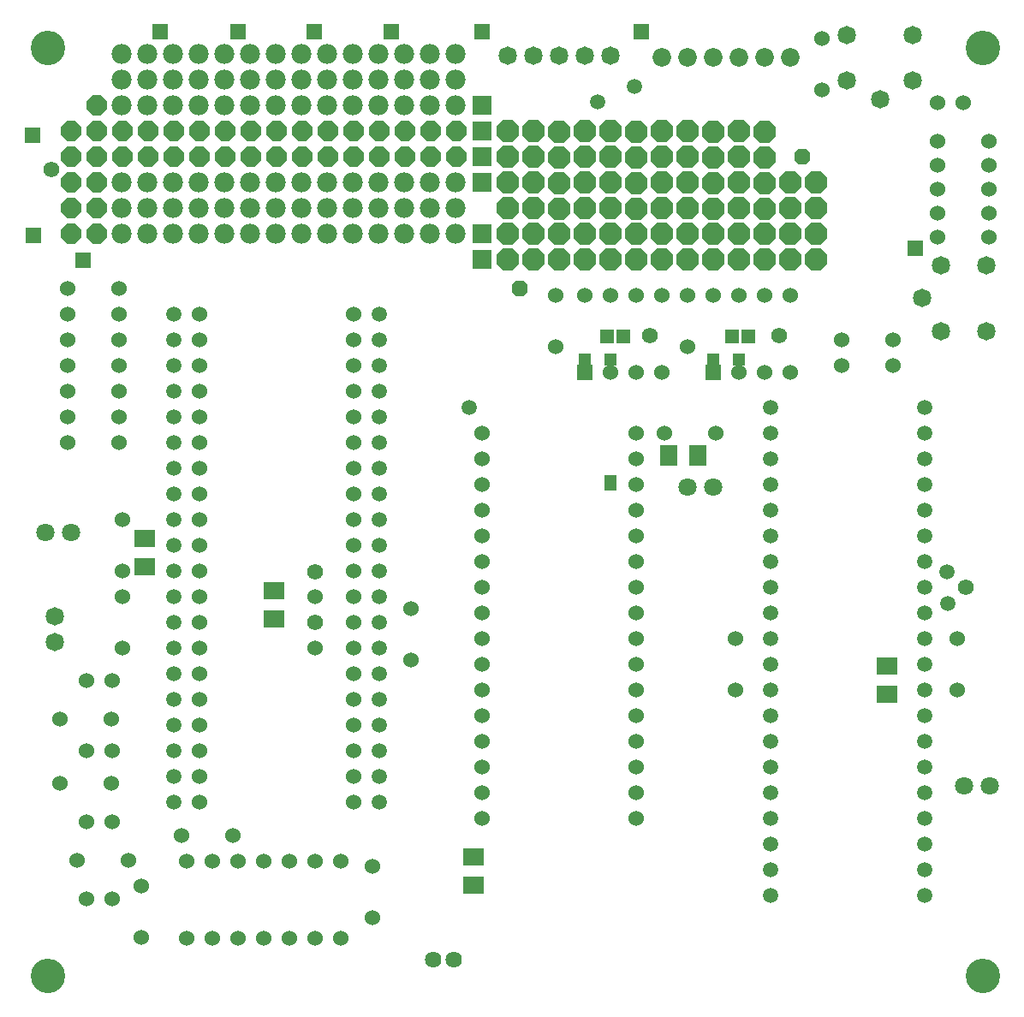
<source format=gbs>
G75*
%MOIN*%
%OFA0B0*%
%FSLAX25Y25*%
%IPPOS*%
%LPD*%
%AMOC8*
5,1,8,0,0,1.08239X$1,22.5*
%
%ADD10C,0.13398*%
%ADD11R,0.05000X0.06250*%
%ADD12R,0.05000X0.05000*%
%ADD13C,0.06000*%
%ADD14C,0.05950*%
%ADD15C,0.07178*%
%ADD16C,0.07280*%
%ADD17R,0.07099X0.07887*%
%ADD18R,0.07887X0.07099*%
%ADD19C,0.07100*%
%ADD20C,0.06400*%
%ADD21R,0.06000X0.06000*%
%ADD22C,0.06154*%
%ADD23R,0.07800X0.07800*%
%ADD24R,0.06154X0.06154*%
%ADD25R,0.05485X0.05485*%
%ADD26OC8,0.06154*%
%ADD27OC8,0.07800*%
%ADD28OC8,0.08674*%
%ADD29C,0.07800*%
D10*
X0043629Y0020537D03*
X0407379Y0020537D03*
X0407379Y0381787D03*
X0043629Y0381787D03*
D11*
X0262379Y0212412D03*
D12*
X0262379Y0260537D03*
X0252379Y0260537D03*
X0302379Y0260537D03*
X0312379Y0260537D03*
D13*
X0312379Y0255537D03*
X0322379Y0255537D03*
X0332379Y0255537D03*
X0352379Y0258037D03*
X0352379Y0268037D03*
X0372379Y0268037D03*
X0372379Y0258037D03*
X0332379Y0285537D03*
X0322379Y0285537D03*
X0312379Y0285537D03*
X0302379Y0285537D03*
X0292379Y0285537D03*
X0282379Y0285537D03*
X0272379Y0285537D03*
X0262379Y0285537D03*
X0252379Y0285537D03*
X0241129Y0285537D03*
X0241129Y0265537D03*
X0262379Y0255537D03*
X0272379Y0255537D03*
X0282379Y0255537D03*
X0292379Y0265537D03*
X0283629Y0231787D03*
X0272379Y0231787D03*
X0272379Y0221787D03*
X0272379Y0211787D03*
X0272379Y0201787D03*
X0272379Y0191787D03*
X0272379Y0181787D03*
X0272379Y0171787D03*
X0272379Y0161787D03*
X0272379Y0151787D03*
X0272379Y0141787D03*
X0272379Y0131787D03*
X0272379Y0121787D03*
X0272379Y0111787D03*
X0272379Y0101787D03*
X0272379Y0091787D03*
X0272379Y0081787D03*
X0212379Y0081787D03*
X0212379Y0091787D03*
X0212379Y0101787D03*
X0212379Y0111787D03*
X0212379Y0121787D03*
X0212379Y0131787D03*
X0212379Y0141787D03*
X0212379Y0151787D03*
X0212379Y0161787D03*
X0212379Y0171787D03*
X0212379Y0181787D03*
X0212379Y0191787D03*
X0212379Y0201787D03*
X0212379Y0211787D03*
X0212379Y0221787D03*
X0212379Y0231787D03*
X0162379Y0228037D03*
X0162379Y0238037D03*
X0162379Y0248037D03*
X0162379Y0258037D03*
X0162379Y0268037D03*
X0162379Y0278037D03*
X0102379Y0278037D03*
X0102379Y0268037D03*
X0102379Y0258037D03*
X0102379Y0248037D03*
X0102379Y0238037D03*
X0102379Y0228037D03*
X0102379Y0218037D03*
X0102379Y0208037D03*
X0102379Y0198037D03*
X0102379Y0188037D03*
X0102379Y0178037D03*
X0102379Y0168037D03*
X0102379Y0158037D03*
X0102379Y0148037D03*
X0102379Y0138037D03*
X0102379Y0128037D03*
X0102379Y0118037D03*
X0102379Y0108037D03*
X0102379Y0098037D03*
X0102379Y0088037D03*
X0095529Y0074935D03*
X0097411Y0064927D03*
X0107411Y0064927D03*
X0117411Y0064927D03*
X0127411Y0064927D03*
X0137411Y0064927D03*
X0147411Y0064927D03*
X0157411Y0064927D03*
X0169879Y0063037D03*
X0169879Y0043037D03*
X0157411Y0034927D03*
X0147411Y0034927D03*
X0137411Y0034927D03*
X0127411Y0034927D03*
X0117411Y0034927D03*
X0107411Y0034927D03*
X0097411Y0034927D03*
X0079879Y0035537D03*
X0068630Y0050537D03*
X0058630Y0050537D03*
X0054879Y0065537D03*
X0074879Y0065537D03*
X0079879Y0055537D03*
X0068630Y0080537D03*
X0058630Y0080537D03*
X0068004Y0095537D03*
X0068630Y0108037D03*
X0058630Y0108037D03*
X0068004Y0120537D03*
X0068630Y0135537D03*
X0058630Y0135537D03*
X0048004Y0120537D03*
X0048004Y0095537D03*
X0072379Y0148037D03*
X0072379Y0168037D03*
X0072379Y0178037D03*
X0072379Y0198037D03*
X0071129Y0228037D03*
X0071129Y0238037D03*
X0071129Y0248037D03*
X0071129Y0258037D03*
X0071129Y0268037D03*
X0071129Y0278037D03*
X0071129Y0288037D03*
X0051129Y0288037D03*
X0051129Y0278037D03*
X0051129Y0268037D03*
X0051129Y0258037D03*
X0051129Y0248037D03*
X0051129Y0238037D03*
X0051129Y0228037D03*
X0147379Y0168037D03*
X0162379Y0168037D03*
X0162379Y0158037D03*
X0162379Y0148037D03*
X0162379Y0138037D03*
X0162379Y0128037D03*
X0162379Y0118037D03*
X0162379Y0108037D03*
X0162379Y0098037D03*
X0162379Y0088037D03*
X0115529Y0074935D03*
X0184929Y0143397D03*
X0184929Y0163397D03*
X0162379Y0178037D03*
X0162379Y0188037D03*
X0162379Y0198037D03*
X0162379Y0208037D03*
X0162379Y0218037D03*
X0147379Y0148037D03*
X0303629Y0231787D03*
X0389879Y0308037D03*
X0389879Y0317412D03*
X0389879Y0326787D03*
X0389879Y0336162D03*
X0389879Y0345537D03*
X0409879Y0345537D03*
X0409879Y0336162D03*
X0409879Y0326787D03*
X0409879Y0317412D03*
X0409879Y0308037D03*
X0399879Y0360537D03*
X0389879Y0360537D03*
X0344879Y0365537D03*
X0344879Y0385537D03*
X0311129Y0151787D03*
X0311129Y0131787D03*
X0397379Y0131787D03*
X0397379Y0151787D03*
D14*
X0384879Y0151787D03*
X0384879Y0141787D03*
X0384879Y0131787D03*
X0384879Y0121787D03*
X0384879Y0111787D03*
X0384879Y0101787D03*
X0384879Y0091787D03*
X0384879Y0081787D03*
X0384879Y0071787D03*
X0384879Y0061787D03*
X0384879Y0051787D03*
X0324879Y0051787D03*
X0324879Y0061787D03*
X0324879Y0071787D03*
X0324879Y0081787D03*
X0324879Y0091787D03*
X0324879Y0101787D03*
X0324879Y0111787D03*
X0324879Y0121787D03*
X0324879Y0131787D03*
X0324879Y0141787D03*
X0324879Y0151787D03*
X0324879Y0161787D03*
X0324879Y0171787D03*
X0324879Y0181787D03*
X0324879Y0191787D03*
X0324879Y0201787D03*
X0324879Y0211787D03*
X0324879Y0221787D03*
X0324879Y0231787D03*
X0324879Y0241787D03*
X0384879Y0241787D03*
X0384879Y0231787D03*
X0384879Y0221787D03*
X0384879Y0211787D03*
X0384879Y0201787D03*
X0384879Y0191787D03*
X0384879Y0181787D03*
X0393433Y0177780D03*
X0384879Y0171787D03*
X0384879Y0161787D03*
X0393746Y0165276D03*
X0207379Y0241787D03*
X0172379Y0238037D03*
X0172379Y0228037D03*
X0172379Y0218037D03*
X0172379Y0208037D03*
X0172379Y0198037D03*
X0172379Y0188037D03*
X0172379Y0178037D03*
X0172379Y0168037D03*
X0172379Y0158037D03*
X0172379Y0148037D03*
X0172379Y0138037D03*
X0172379Y0128037D03*
X0172379Y0118037D03*
X0172379Y0108037D03*
X0172379Y0098037D03*
X0172379Y0088037D03*
X0092379Y0088037D03*
X0092379Y0098037D03*
X0092379Y0108037D03*
X0092379Y0118037D03*
X0092379Y0128037D03*
X0092379Y0138037D03*
X0092379Y0148037D03*
X0092379Y0158037D03*
X0092379Y0168037D03*
X0092379Y0178037D03*
X0092379Y0188037D03*
X0092379Y0198037D03*
X0092379Y0208037D03*
X0092379Y0218037D03*
X0092379Y0228037D03*
X0092379Y0238037D03*
X0092379Y0248037D03*
X0092379Y0258037D03*
X0092379Y0268037D03*
X0092379Y0278037D03*
X0172379Y0278037D03*
X0172379Y0268037D03*
X0172379Y0258037D03*
X0172379Y0248037D03*
X0257440Y0360651D03*
X0271832Y0366903D03*
D15*
X0262379Y0378663D03*
X0252379Y0378663D03*
X0242379Y0378663D03*
X0232379Y0378663D03*
X0222379Y0378663D03*
X0354584Y0386896D03*
X0354584Y0369179D03*
X0367379Y0361896D03*
X0380174Y0369179D03*
X0380174Y0386896D03*
X0391021Y0297083D03*
X0383737Y0284287D03*
X0391021Y0271492D03*
X0408737Y0271492D03*
X0408737Y0297083D03*
X0046129Y0160537D03*
X0046129Y0150537D03*
D16*
X0282379Y0378037D03*
X0292379Y0378037D03*
X0302379Y0378037D03*
X0312379Y0378037D03*
X0322379Y0378037D03*
X0332379Y0378037D03*
D17*
X0296328Y0223037D03*
X0285304Y0223037D03*
D18*
X0369988Y0141091D03*
X0369988Y0130067D03*
X0209254Y0066674D03*
X0209254Y0055651D03*
X0131441Y0159401D03*
X0131441Y0170424D03*
X0081129Y0179713D03*
X0081129Y0190737D03*
D19*
X0052385Y0193097D03*
X0042385Y0193097D03*
X0292465Y0210603D03*
X0302465Y0210603D03*
X0400000Y0094316D03*
X0410000Y0094316D03*
D20*
X0201370Y0026794D03*
X0193496Y0026794D03*
D21*
X0252379Y0255537D03*
X0302379Y0255537D03*
D22*
X0277927Y0269746D03*
X0328004Y0269600D03*
X0400754Y0171784D03*
X0147379Y0177725D03*
X0147379Y0158037D03*
X0044879Y0334287D03*
D23*
X0212379Y0329287D03*
X0212379Y0339287D03*
X0212379Y0349287D03*
X0212379Y0359287D03*
X0212379Y0309287D03*
X0212379Y0299287D03*
D24*
X0212379Y0388037D03*
X0177066Y0388037D03*
X0147066Y0388037D03*
X0117379Y0388037D03*
X0087066Y0388037D03*
X0037379Y0347725D03*
X0037691Y0308662D03*
X0057066Y0298975D03*
X0274566Y0388037D03*
X0381129Y0303662D03*
D25*
X0316129Y0269287D03*
X0309879Y0269287D03*
X0267379Y0269287D03*
X0261129Y0269287D03*
D26*
X0227066Y0288037D03*
X0337066Y0339287D03*
D27*
X0202379Y0339287D03*
X0192379Y0339287D03*
X0182379Y0339287D03*
X0172379Y0339287D03*
X0162379Y0339287D03*
X0152379Y0339287D03*
X0142379Y0339287D03*
X0132379Y0339287D03*
X0122379Y0339287D03*
X0112379Y0339287D03*
X0102379Y0339287D03*
X0092379Y0339287D03*
X0082379Y0339287D03*
X0072379Y0339287D03*
X0062379Y0339287D03*
X0052379Y0339287D03*
X0052379Y0349287D03*
X0062379Y0349287D03*
X0072379Y0349287D03*
X0082379Y0349287D03*
X0092379Y0349287D03*
X0102379Y0349287D03*
X0112379Y0349287D03*
X0122379Y0349287D03*
X0132379Y0349287D03*
X0142379Y0349287D03*
X0152379Y0349287D03*
X0162379Y0349287D03*
X0172379Y0349287D03*
X0182379Y0349287D03*
X0192379Y0349287D03*
X0202379Y0349287D03*
X0062379Y0359287D03*
X0062379Y0329287D03*
X0062379Y0319287D03*
X0052379Y0319287D03*
X0052379Y0329287D03*
X0052379Y0309287D03*
X0062379Y0309287D03*
D28*
X0222379Y0309287D03*
X0232379Y0309287D03*
X0232379Y0299287D03*
X0222379Y0299287D03*
X0242379Y0299287D03*
X0252379Y0299287D03*
X0262379Y0299287D03*
X0272379Y0299287D03*
X0282379Y0299287D03*
X0292379Y0299287D03*
X0302379Y0299287D03*
X0312379Y0299287D03*
X0322379Y0299287D03*
X0322379Y0309287D03*
X0312379Y0309287D03*
X0302379Y0309287D03*
X0292379Y0309287D03*
X0282379Y0309287D03*
X0272379Y0309287D03*
X0262379Y0309287D03*
X0252379Y0309287D03*
X0242379Y0309287D03*
X0242379Y0319158D03*
X0242379Y0329158D03*
X0242379Y0339158D03*
X0252379Y0339287D03*
X0262379Y0339287D03*
X0262379Y0349287D03*
X0252379Y0349287D03*
X0242379Y0349158D03*
X0232379Y0349287D03*
X0222379Y0349287D03*
X0222379Y0339287D03*
X0232379Y0339287D03*
X0232379Y0329287D03*
X0222379Y0329287D03*
X0222379Y0319287D03*
X0232379Y0319287D03*
X0252379Y0319287D03*
X0262379Y0319287D03*
X0262379Y0329287D03*
X0252379Y0329287D03*
X0272379Y0329158D03*
X0272379Y0339158D03*
X0282379Y0339287D03*
X0292379Y0339287D03*
X0302379Y0339158D03*
X0302379Y0329158D03*
X0292379Y0329287D03*
X0292379Y0319287D03*
X0302379Y0319158D03*
X0312379Y0319287D03*
X0312379Y0329287D03*
X0322379Y0329158D03*
X0322379Y0339158D03*
X0312379Y0339287D03*
X0312379Y0349287D03*
X0322379Y0349158D03*
X0302379Y0349158D03*
X0292379Y0349287D03*
X0282379Y0349287D03*
X0272379Y0349158D03*
X0282379Y0329287D03*
X0282379Y0319287D03*
X0272379Y0319158D03*
X0322379Y0319158D03*
X0332379Y0319444D03*
X0332379Y0329444D03*
X0342379Y0329444D03*
X0342379Y0319444D03*
X0342379Y0309444D03*
X0332379Y0309444D03*
X0332379Y0299444D03*
X0342379Y0299444D03*
D29*
X0202066Y0309287D03*
X0192066Y0309287D03*
X0182066Y0309287D03*
X0172066Y0309287D03*
X0162066Y0309287D03*
X0152066Y0309287D03*
X0142066Y0309287D03*
X0132066Y0309287D03*
X0122066Y0309287D03*
X0112066Y0309287D03*
X0102066Y0309287D03*
X0092066Y0309287D03*
X0082066Y0309287D03*
X0072066Y0309287D03*
X0072066Y0319287D03*
X0082066Y0319287D03*
X0092066Y0319287D03*
X0102066Y0319287D03*
X0112066Y0319287D03*
X0122066Y0319287D03*
X0132066Y0319287D03*
X0142066Y0319287D03*
X0152066Y0319287D03*
X0162066Y0319287D03*
X0172066Y0319287D03*
X0182066Y0319287D03*
X0192066Y0319287D03*
X0202066Y0319287D03*
X0202066Y0329287D03*
X0192066Y0329287D03*
X0182066Y0329287D03*
X0172066Y0329287D03*
X0162066Y0329287D03*
X0152066Y0329287D03*
X0142066Y0329287D03*
X0132066Y0329287D03*
X0122066Y0329287D03*
X0112066Y0329287D03*
X0102066Y0329287D03*
X0092066Y0329287D03*
X0082066Y0329287D03*
X0072066Y0329287D03*
X0072066Y0359287D03*
X0082066Y0359287D03*
X0092066Y0359287D03*
X0102066Y0359287D03*
X0112066Y0359287D03*
X0122066Y0359287D03*
X0132066Y0359287D03*
X0142066Y0359287D03*
X0152066Y0359287D03*
X0162066Y0359287D03*
X0172066Y0359287D03*
X0182066Y0359287D03*
X0192066Y0359287D03*
X0202066Y0359287D03*
X0202066Y0369287D03*
X0192066Y0369287D03*
X0182066Y0369287D03*
X0172066Y0369287D03*
X0162066Y0369287D03*
X0152066Y0369287D03*
X0142066Y0369287D03*
X0132066Y0369287D03*
X0122066Y0369287D03*
X0112066Y0369287D03*
X0102066Y0369287D03*
X0092066Y0369287D03*
X0082066Y0369287D03*
X0072066Y0369287D03*
X0072066Y0379287D03*
X0082066Y0379287D03*
X0092066Y0379287D03*
X0102066Y0379287D03*
X0112066Y0379287D03*
X0122066Y0379287D03*
X0132066Y0379287D03*
X0142066Y0379287D03*
X0152066Y0379287D03*
X0162066Y0379287D03*
X0172066Y0379287D03*
X0182066Y0379287D03*
X0192066Y0379287D03*
X0202066Y0379287D03*
M02*

</source>
